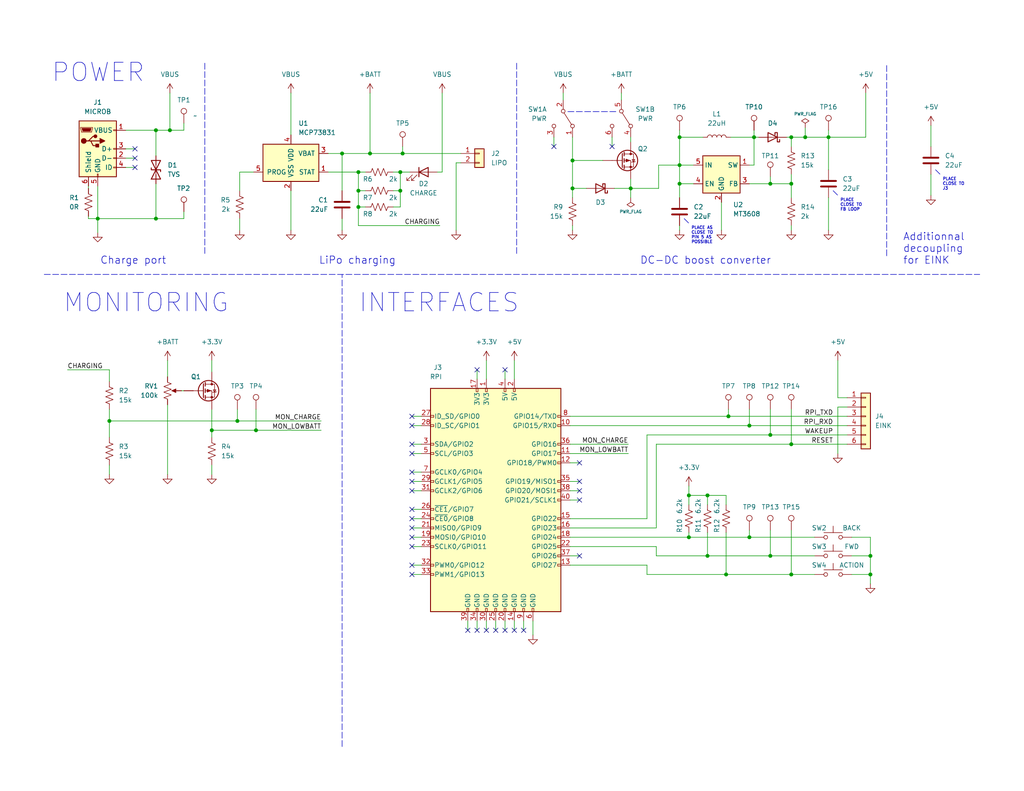
<source format=kicad_sch>
(kicad_sch (version 20211123) (generator eeschema)
  (paper "USLetter")
  (title_block (title "LISEUSE ENCRE ELECTRONIQUE") (comment 1 "DESIGN : ÉMILE DANEAULT (AUTOMNE 2023)"))
  (lib_symbols
    (symbol "Battery_Management:MCP73831-2-OT" (pin_names (offset 1.016))
      (property "Reference" "U" (at -7.62 6.35 0))
      (property "Value" "MCP73831-2-OT" (at 1.27 6.35 0))
      (symbol "MCP73831-2-OT_1_1"
        (pin output line (at 10.16 -2.54 180) (length 2.54) (name "STAT") (number "1"))
        (pin power_in line (at 0 -7.62 90) (length 2.54) (name "VSS") (number "2"))
        (pin power_out line (at 10.16 2.54 180) (length 2.54) (name "VBAT") (number "3"))
        (pin power_in line (at 0 7.62 270) (length 2.54) (name "VDD") (number "4"))
        (pin input line (at -10.16 -2.54 0) (length 2.54) (name "PROG") (number "5"))
      )
    )
    (symbol "Connector:TestPoint" (pin_numbers hide) (pin_names (offset 0.762) hide)
      (property "Reference" "TP" (at 0 6.858 0))
      (property "Value" "TestPoint" (at 0 5.08 0))
      (symbol "TestPoint_1_1"
        (pin passive line (at 0 0 90) (length 2.54) (name "1") (number "1"))
      )
    )
    (symbol "Connector:USB_B_Micro" (pin_names (offset 1.016))
      (property "Reference" "J" (at -5.08 11.43 0))
      (property "Value" "USB_B_Micro" (at -5.08 8.89 0))
      (symbol "USB_B_Micro_1_1"
        (pin power_out line (at 7.62 5.08 180) (length 2.54) (name "VBUS") (number "1"))
        (pin bidirectional line (at 7.62 -2.54 180) (length 2.54) (name "D-") (number "2"))
        (pin bidirectional line (at 7.62 0 180) (length 2.54) (name "D+") (number "3"))
        (pin passive line (at 7.62 -5.08 180) (length 2.54) (name "ID") (number "4"))
        (pin power_out line (at 0 -10.16 90) (length 2.54) (name "GND") (number "5"))
        (pin passive line (at -2.54 -10.16 90) (length 2.54) (name "Shield") (number "6"))
      )
    )
    (symbol "Connector_Generic:Conn_01x02" (pin_names (offset 1.016) hide)
      (property "Reference" "J" (at 0 2.54 0))
      (property "Value" "Conn_01x02" (at 0 -5.08 0))
      (symbol "Conn_01x02_1_1"
        (pin passive line (at -5.08 0 0) (length 3.81) (name "Pin_1") (number "1"))
        (pin passive line (at -5.08 -2.54 0) (length 3.81) (name "Pin_2") (number "2"))
      )
    )
    (symbol "Connector_Generic:Conn_01x06" (pin_names (offset 1.016) hide)
      (property "Reference" "J" (at 0 7.62 0))
      (property "Value" "Conn_01x06" (at 0 -10.16 0))
      (symbol "Conn_01x06_1_1"
        (pin passive line (at -5.08 5.08 0) (length 3.81) (name "Pin_1") (number "1"))
        (pin passive line (at -5.08 2.54 0) (length 3.81) (name "Pin_2") (number "2"))
        (pin passive line (at -5.08 0 0) (length 3.81) (name "Pin_3") (number "3"))
        (pin passive line (at -5.08 -2.54 0) (length 3.81) (name "Pin_4") (number "4"))
        (pin passive line (at -5.08 -5.08 0) (length 3.81) (name "Pin_5") (number "5"))
        (pin passive line (at -5.08 -7.62 0) (length 3.81) (name "Pin_6") (number "6"))
      )
    )
    (symbol "Device:C" (pin_numbers hide) (pin_names (offset 0.254))
      (property "Reference" "C" (at 0.635 2.54 0))
      (property "Value" "C" (at 0.635 -2.54 0))
      (symbol "C_1_1"
        (pin passive line (at 0 3.81 270) (length 2.794) (name "~") (number "1"))
        (pin passive line (at 0 -3.81 90) (length 2.794) (name "~") (number "2"))
      )
    )
    (symbol "Device:D_Schottky" (pin_numbers hide) (pin_names (offset 1.016) hide)
      (property "Reference" "D" (at 0 2.54 0))
      (property "Value" "D_Schottky" (at 0 -2.54 0))
      (symbol "D_Schottky_1_1"
        (pin passive line (at -3.81 0 0) (length 2.54) (name "K") (number "1"))
        (pin passive line (at 3.81 0 180) (length 2.54) (name "A") (number "2"))
      )
    )
    (symbol "Device:D_TVS" (pin_numbers hide) (pin_names (offset 1.016) hide)
      (property "Reference" "D" (at 0 2.54 0))
      (property "Value" "D_TVS" (at 0 -2.54 0))
      (symbol "D_TVS_1_1"
        (pin passive line (at -3.81 0 0) (length 2.54) (name "A1") (number "1"))
        (pin passive line (at 3.81 0 180) (length 2.54) (name "A2") (number "2"))
      )
    )
    (symbol "Device:L" (pin_numbers hide) (pin_names (offset 1.016) hide)
      (property "Reference" "L" (at -1.27 0 90))
      (property "Value" "L" (at 1.905 0 90))
      (symbol "L_1_1"
        (pin passive line (at 0 3.81 270) (length 1.27) (name "1") (number "1"))
        (pin passive line (at 0 -3.81 90) (length 1.27) (name "2") (number "2"))
      )
    )
    (symbol "Device:LED" (pin_numbers hide) (pin_names (offset 1.016) hide)
      (property "Reference" "D" (at 0 2.54 0))
      (property "Value" "LED" (at 0 -2.54 0))
      (symbol "LED_1_1"
        (pin passive line (at -3.81 0 0) (length 2.54) (name "K") (number "1"))
        (pin passive line (at 3.81 0 180) (length 2.54) (name "A") (number "2"))
      )
    )
    (symbol "Device:Q_PMOS_DGS" (pin_numbers hide) (pin_names (offset 0) hide)
      (property "Reference" "Q" (at 5.08 1.27 0))
      (property "Value" "Q_PMOS_DGS" (at 5.08 -1.27 0))
      (symbol "Q_PMOS_DGS_1_1"
        (pin passive line (at 2.54 5.08 270) (length 2.54) (name "D") (number "1"))
        (pin input line (at -5.08 0 0) (length 2.54) (name "G") (number "2"))
        (pin passive line (at 2.54 -5.08 90) (length 2.54) (name "S") (number "3"))
      )
    )
    (symbol "Device:R_Potentiometer_US" (pin_numbers hide) (pin_names (offset 1.016) hide)
      (property "Reference" "RV" (at -4.445 0 90))
      (property "Value" "R_Potentiometer_US" (at -2.54 0 90))
      (symbol "R_Potentiometer_US_1_1"
        (pin passive line (at 0 3.81 270) (length 1.27) (name "1") (number "1"))
        (pin passive line (at 3.81 0 180) (length 1.27) (name "2") (number "2"))
        (pin passive line (at 0 -3.81 90) (length 1.27) (name "3") (number "3"))
      )
    )
    (symbol "Device:R_US" (pin_numbers hide) (pin_names (offset 0))
      (property "Reference" "R" (at 2.54 0 90))
      (property "Value" "R_US" (at -2.54 0 90))
      (symbol "R_US_1_1"
        (pin passive line (at 0 3.81 270) (length 1.27) (name "~") (number "1"))
        (pin passive line (at 0 -3.81 90) (length 1.27) (name "~") (number "2"))
      )
    )
    (symbol "Eink-Lib:Raspberry_Pi_Zero_Conn" (pin_names (offset 1.016))
      (property "Reference" "J3" (at -14.605 36.195 0))
      (property "Value" "Raspberry_Pi_Zero_Conn" (at -14.605 33.655 0))
      (symbol "Raspberry_Pi_Zero_Conn_1_1"
        (pin power_out line (at 2.54 33.02 270) (length 2.54) (name "3V3") (number "1"))
        (pin bidirectional line (at -20.32 20.32 0) (length 2.54) (name "GPIO15/RXD") (number "10"))
        (pin bidirectional line (at -20.32 12.7 0) (length 2.54) (name "GPIO17") (number "11"))
        (pin bidirectional line (at -20.32 10.16 0) (length 2.54) (name "GPIO18/PWM0") (number "12"))
        (pin bidirectional line (at -20.32 -17.78 0) (length 2.54) (name "GPIO27") (number "13"))
        (pin power_in line (at -5.08 -33.02 90) (length 2.54) (name "GND") (number "14"))
        (pin bidirectional line (at -20.32 -5.08 0) (length 2.54) (name "GPIO22") (number "15"))
        (pin bidirectional line (at -20.32 -7.62 0) (length 2.54) (name "GPIO23") (number "16"))
        (pin power_out line (at 5.08 33.02 270) (length 2.54) (name "3V3") (number "17"))
        (pin bidirectional line (at -20.32 -10.16 0) (length 2.54) (name "GPIO24") (number "18"))
        (pin bidirectional line (at 20.32 -10.16 180) (length 2.54) (name "MOSI0/GPIO10") (number "19"))
        (pin power_in line (at -5.08 33.02 270) (length 2.54) (name "5V") (number "2"))
        (pin power_in line (at -2.54 -33.02 90) (length 2.54) (name "GND") (number "20"))
        (pin bidirectional line (at 20.32 -7.62 180) (length 2.54) (name "MISO0/GPIO9") (number "21"))
        (pin bidirectional line (at -20.32 -12.7 0) (length 2.54) (name "GPIO25") (number "22"))
        (pin bidirectional line (at 20.32 -12.7 180) (length 2.54) (name "SCLK0/GPIO11") (number "23"))
        (pin bidirectional line (at 20.32 -5.08 180) (length 2.54) (name "~{CE0}/GPIO8") (number "24"))
        (pin power_in line (at 0 -33.02 90) (length 2.54) (name "GND") (number "25"))
        (pin bidirectional line (at 20.32 -2.54 180) (length 2.54) (name "~{CE1}/GPIO7") (number "26"))
        (pin bidirectional line (at 20.32 22.86 180) (length 2.54) (name "ID_SD/GPIO0") (number "27"))
        (pin bidirectional line (at 20.32 20.32 180) (length 2.54) (name "ID_SC/GPIO1") (number "28"))
        (pin bidirectional line (at 20.32 5.08 180) (length 2.54) (name "GCLK1/GPIO5") (number "29"))
        (pin bidirectional line (at 20.32 15.24 180) (length 2.54) (name "SDA/GPIO2") (number "3"))
        (pin power_in line (at 2.54 -33.02 90) (length 2.54) (name "GND") (number "30"))
        (pin bidirectional line (at 20.32 2.54 180) (length 2.54) (name "GCLK2/GPIO6") (number "31"))
        (pin bidirectional line (at 20.32 -17.78 180) (length 2.54) (name "PWM0/GPIO12") (number "32"))
        (pin bidirectional line (at 20.32 -20.32 180) (length 2.54) (name "PWM1/GPIO13") (number "33"))
        (pin power_in line (at 5.08 -33.02 90) (length 2.54) (name "GND") (number "34"))
        (pin bidirectional line (at -20.32 5.08 0) (length 2.54) (name "GPIO19/MISO1") (number "35"))
        (pin bidirectional line (at -20.32 15.24 0) (length 2.54) (name "GPIO16") (number "36"))
        (pin bidirectional line (at -20.32 -15.24 0) (length 2.54) (name "GPIO26") (number "37"))
        (pin bidirectional line (at -20.32 2.54 0) (length 2.54) (name "GPIO20/MOSI1") (number "38"))
        (pin power_in line (at 7.62 -33.02 90) (length 2.54) (name "GND") (number "39"))
        (pin power_in line (at -2.54 33.02 270) (length 2.54) (name "5V") (number "4"))
        (pin bidirectional line (at -20.32 0 0) (length 2.54) (name "GPIO21/SCLK1") (number "40"))
        (pin bidirectional line (at 20.32 12.7 180) (length 2.54) (name "SCL/GPIO3") (number "5"))
        (pin power_in line (at -10.16 -33.02 90) (length 2.54) (name "GND") (number "6"))
        (pin bidirectional line (at 20.32 7.62 180) (length 2.54) (name "GCLK0/GPIO4") (number "7"))
        (pin bidirectional line (at -20.32 22.86 0) (length 2.54) (name "GPIO14/TXD") (number "8"))
        (pin power_in line (at -7.62 -33.02 90) (length 2.54) (name "GND") (number "9"))
      )
    )
    (symbol "Regulator_Switching:MT3608"
      (property "Reference" "U" (at -2.54 8.89 0))
      (property "Value" "MT3608" (at -3.81 6.35 0))
      (symbol "MT3608_1_1"
        (pin passive line (at 7.62 2.54 180) (length 2.54) (name "SW") (number "1"))
        (pin power_in line (at 0 -7.62 90) (length 2.54) (name "GND") (number "2"))
        (pin input line (at 7.62 -2.54 180) (length 2.54) (name "FB") (number "3"))
        (pin input line (at -7.62 -2.54 0) (length 2.54) (name "EN") (number "4"))
        (pin power_in line (at -7.62 2.54 0) (length 2.54) (name "IN") (number "5"))
        (pin no_connect line (at 5.08 0 180) (length 2.54) hide (name "NC") (number "6"))
      )
    )
    (symbol "SW_DPDT_x2_1" (pin_names (offset 0) hide)
      (property "Reference" "SW" (at 0 4.318 0))
      (property "Value" "SW_DPDT_x2_1" (at 0 -5.08 0))
      (symbol "SW_DPDT_x2_1_1_1"
        (pin passive line (at 5.08 2.54 180) (length 2.54) (name "A") (number "1"))
        (pin passive line (at -5.08 0 0) (length 2.54) (name "B") (number "2"))
        (pin passive line (at 5.08 -2.54 180) (length 2.54) (name "C") (number "3"))
      )
      (symbol "SW_DPDT_x2_1_2_1"
        (pin passive line (at 5.08 2.54 180) (length 2.54) (name "A") (number "4"))
        (pin passive line (at -5.08 0 0) (length 2.54) (name "B") (number "5"))
        (pin passive line (at 5.08 -2.54 180) (length 2.54) (name "C") (number "6"))
      )
    )
    (symbol "Switch:SW_DPDT_x2" (pin_names (offset 0) hide)
      (property "Reference" "SW" (at 0 4.318 0))
      (property "Value" "SW_DPDT_x2" (at 0 -5.08 0))
      (symbol "SW_DPDT_x2_1_1"
        (pin passive line (at 5.08 2.54 180) (length 2.54) (name "A") (number "1"))
        (pin passive line (at -5.08 0 0) (length 2.54) (name "B") (number "2"))
        (pin passive line (at 5.08 -2.54 180) (length 2.54) (name "C") (number "3"))
      )
      (symbol "SW_DPDT_x2_2_1"
        (pin passive line (at 5.08 2.54 180) (length 2.54) (name "A") (number "4"))
        (pin passive line (at -5.08 0 0) (length 2.54) (name "B") (number "5"))
        (pin passive line (at 5.08 -2.54 180) (length 2.54) (name "C") (number "6"))
      )
    )
    (symbol "Switch:SW_Push" (pin_numbers hide) (pin_names (offset 1.016) hide)
      (property "Reference" "SW" (at 1.27 2.54 0))
      (property "Value" "SW_Push" (at 0 -1.524 0))
      (symbol "SW_Push_0_1"
        (pin passive line (at -5.08 0 0) (length 2.54) (name "1") (number "1"))
        (pin passive line (at 5.08 0 180) (length 2.54) (name "2") (number "2"))
      )
    )
    (symbol "power:+3.3V" (power) (pin_names (offset 0))
      (property "Value" "+3.3V" (at 0 3.556 0))
      (symbol "+3.3V_1_1"
        (pin power_in line (at 0 0 90) (length 0) hide (name "+3.3V") (number "1"))
      )
    )
    (symbol "power:+5V" (power) (pin_names (offset 0))
      (property "Value" "+5V" (at 0 3.556 0))
      (symbol "+5V_1_1"
        (pin power_in line (at 0 0 90) (length 0) hide (name "+5V") (number "1"))
      )
    )
    (symbol "power:+BATT" (power) (pin_names (offset 0))
      (property "Value" "+BATT" (at 0 3.556 0))
      (symbol "+BATT_1_1"
        (pin power_in line (at 0 0 90) (length 0) hide (name "+BATT") (number "1"))
      )
    )
    (symbol "power:GND" (power) (pin_names (offset 0))
      (property "Value" "GND" (at 0 -3.81 0))
      (symbol "GND_1_1"
        (pin power_in line (at 0 0 270) (length 0) hide (name "GND") (number "1"))
      )
    )
    (symbol "power:PWR_FLAG" (power) (pin_numbers hide) (pin_names (offset 0) hide)
      (property "Value" "PWR_FLAG" (at 0 3.81 0))
      (symbol "PWR_FLAG_0_0"
        (pin power_out line (at 0 0 90) (length 0) (name "pwr") (number "1"))
      )
    )
    (symbol "power:VBUS" (power) (pin_names (offset 0))
      (property "Value" "VBUS" (at 0 3.81 0))
      (symbol "VBUS_1_1"
        (pin power_in line (at 0 0 90) (length 0) hide (name "VBUS") (number "1"))
      )
    )
  )
  (junction (at 215.9 156.845))
  (junction (at 100.965 41.91))
  (junction (at 69.85 117.475))
  (junction (at 198.12 156.845))
  (junction (at 198.755 113.665))
  (junction (at 97.79 56.515))
  (junction (at 193.04 135.255))
  (junction (at 156.21 51.435))
  (junction (at 219.71 37.465))
  (junction (at 46.355 35.56))
  (junction (at 185.42 50.165))
  (junction (at 215.9 37.465))
  (junction (at 97.79 52.07))
  (junction (at 187.96 135.255))
  (junction (at 109.855 41.91))
  (junction (at 109.22 46.99))
  (junction (at 215.9 121.285))
  (junction (at 93.345 41.91))
  (junction (at 204.47 146.685))
  (junction (at 97.79 46.99))
  (junction (at 215.9 50.165))
  (junction (at 210.185 50.165))
  (junction (at 42.545 59.69))
  (junction (at 42.545 35.56))
  (junction (at 64.77 114.935))
  (junction (at 57.785 117.475))
  (junction (at 237.49 151.765))
  (junction (at 237.49 156.845))
  (junction (at 204.47 116.205))
  (junction (at 109.22 52.07))
  (junction (at 185.42 45.085))
  (junction (at 205.74 37.465))
  (junction (at 187.96 146.685))
  (junction (at 29.845 114.935))
  (junction (at 185.42 37.465))
  (junction (at 210.185 118.745))
  (junction (at 226.06 37.465))
  (junction (at 26.67 59.69))
  (junction (at 193.04 151.765))
  (junction (at 156.21 43.815))
  (junction (at 210.185 151.765))
  (junction (at 172.085 51.435))
  (no_connect (at 112.395 128.905))
  (no_connect (at 112.395 149.225))
  (no_connect (at 137.795 172.085))
  (no_connect (at 158.115 133.985))
  (no_connect (at 36.83 45.72))
  (no_connect (at 135.255 172.085))
  (no_connect (at 158.115 151.765))
  (no_connect (at 112.395 146.685))
  (no_connect (at 127.635 172.085))
  (no_connect (at 112.395 131.445))
  (no_connect (at 158.115 136.525))
  (no_connect (at 112.395 113.665))
  (no_connect (at 140.335 172.085))
  (no_connect (at 158.115 126.365))
  (no_connect (at 151.13 40.005))
  (no_connect (at 130.175 100.965))
  (no_connect (at 112.395 144.145))
  (no_connect (at 112.395 123.825))
  (no_connect (at 112.395 116.205))
  (no_connect (at 112.395 156.845))
  (no_connect (at 36.83 40.64))
  (no_connect (at 137.795 100.965))
  (no_connect (at 158.115 131.445))
  (no_connect (at 36.83 43.18))
  (no_connect (at 167.005 40.005))
  (no_connect (at 112.395 139.065))
  (no_connect (at 112.395 141.605))
  (no_connect (at 112.395 121.285))
  (no_connect (at 132.715 172.085))
  (no_connect (at 112.395 154.305))
  (no_connect (at 130.175 172.085))
  (no_connect (at 112.395 133.985))
  (no_connect (at 142.875 172.085))
  (wire (pts (xy 185.42 45.085) (xy 185.42 50.165)))
  (wire (pts (xy 89.535 41.91) (xy 93.345 41.91)))
  (wire (pts (xy 137.795 100.965) (xy 137.795 103.505)))
  (wire (pts (xy 137.795 172.085) (xy 137.795 169.545)))
  (wire (pts (xy 156.21 61.595) (xy 156.21 62.865)))
  (wire (pts (xy 187.96 145.415) (xy 187.96 146.685)))
  (wire (pts (xy 215.9 121.285) (xy 231.14 121.285)))
  (wire (pts (xy 185.42 50.165) (xy 185.42 53.975)))
  (polyline (pts (xy 55.88 69.215) (xy 55.88 17.145)))
  (polyline (pts (xy 154.94 30.48) (xy 168.275 30.48)))
  (wire (pts (xy 130.175 100.965) (xy 130.175 103.505)))
  (wire (pts (xy 124.46 44.45) (xy 125.73 44.45)))
  (polyline (pts (xy 140.97 69.215) (xy 140.97 17.145)))
  (wire (pts (xy 100.965 41.91) (xy 109.855 41.91)))
  (wire (pts (xy 172.085 51.435) (xy 179.705 51.435)))
  (wire (pts (xy 226.06 37.465) (xy 236.22 37.465)))
  (wire (pts (xy 210.185 111.76) (xy 210.185 118.745)))
  (wire (pts (xy 57.785 117.475) (xy 57.785 119.38)))
  (wire (pts (xy 112.395 144.145) (xy 114.935 144.145)))
  (wire (pts (xy 156.21 43.815) (xy 164.465 43.815)))
  (wire (pts (xy 69.85 111.76) (xy 69.85 117.475)))
  (wire (pts (xy 112.395 149.225) (xy 114.935 149.225)))
  (wire (pts (xy 79.375 52.07) (xy 79.375 62.865)))
  (wire (pts (xy 215.9 144.78) (xy 215.9 156.845)))
  (wire (pts (xy 179.705 45.085) (xy 185.42 45.085)))
  (wire (pts (xy 112.395 131.445) (xy 114.935 131.445)))
  (polyline (pts (xy 241.935 69.85) (xy 241.935 17.78)))
  (wire (pts (xy 93.345 52.07) (xy 93.345 41.91)))
  (wire (pts (xy 112.395 154.305) (xy 114.935 154.305)))
  (wire (pts (xy 226.06 37.465) (xy 226.06 46.355)))
  (wire (pts (xy 57.785 111.76) (xy 57.785 117.475)))
  (wire (pts (xy 97.79 52.07) (xy 99.695 52.07)))
  (wire (pts (xy 18.415 100.965) (xy 29.845 100.965)))
  (wire (pts (xy 155.575 123.825) (xy 171.45 123.825)))
  (wire (pts (xy 64.77 111.76) (xy 64.77 114.935)))
  (wire (pts (xy 112.395 116.205) (xy 114.935 116.205)))
  (wire (pts (xy 167.64 51.435) (xy 172.085 51.435)))
  (wire (pts (xy 127.635 172.085) (xy 127.635 169.545)))
  (wire (pts (xy 155.575 116.205) (xy 204.47 116.205)))
  (wire (pts (xy 65.405 46.99) (xy 69.215 46.99)))
  (wire (pts (xy 45.72 102.87) (xy 45.72 98.425)))
  (wire (pts (xy 100.965 41.91) (xy 100.965 25.4)))
  (wire (pts (xy 226.06 35.56) (xy 226.06 37.465)))
  (polyline (pts (xy 227.33 52.07) (xy 228.6 53.34)))
  (wire (pts (xy 185.42 37.465) (xy 185.42 45.085)))
  (wire (pts (xy 158.115 151.765) (xy 155.575 151.765)))
  (wire (pts (xy 176.53 118.745) (xy 210.185 118.745)))
  (wire (pts (xy 210.185 151.765) (xy 222.25 151.765)))
  (wire (pts (xy 107.315 52.07) (xy 109.22 52.07)))
  (wire (pts (xy 24.13 50.8) (xy 24.13 51.435)))
  (wire (pts (xy 179.705 51.435) (xy 179.705 45.085)))
  (wire (pts (xy 49.53 106.68) (xy 50.165 106.68)))
  (wire (pts (xy 151.13 40.005) (xy 151.13 37.465)))
  (wire (pts (xy 215.9 156.845) (xy 222.25 156.845)))
  (wire (pts (xy 198.755 111.76) (xy 198.755 113.665)))
  (wire (pts (xy 172.085 48.895) (xy 172.085 51.435)))
  (wire (pts (xy 193.04 151.765) (xy 210.185 151.765)))
  (wire (pts (xy 215.9 111.76) (xy 215.9 121.285)))
  (wire (pts (xy 232.41 156.845) (xy 237.49 156.845)))
  (wire (pts (xy 50.165 35.56) (xy 46.355 35.56)))
  (wire (pts (xy 155.575 113.665) (xy 198.755 113.665)))
  (wire (pts (xy 112.395 123.825) (xy 114.935 123.825)))
  (wire (pts (xy 140.335 98.425) (xy 140.335 103.505)))
  (wire (pts (xy 158.115 136.525) (xy 155.575 136.525)))
  (wire (pts (xy 45.72 110.49) (xy 45.72 129.54)))
  (wire (pts (xy 145.415 169.545) (xy 145.415 173.355)))
  (wire (pts (xy 204.47 45.085) (xy 205.74 45.085)))
  (wire (pts (xy 191.77 37.465) (xy 185.42 37.465)))
  (wire (pts (xy 29.845 127) (xy 29.845 129.54)))
  (wire (pts (xy 158.115 133.985) (xy 155.575 133.985)))
  (wire (pts (xy 179.07 144.145) (xy 179.07 121.285)))
  (polyline (pts (xy 255.27 46.355) (xy 256.54 47.625)))
  (wire (pts (xy 193.04 145.415) (xy 193.04 151.765)))
  (wire (pts (xy 205.74 37.465) (xy 205.74 45.085)))
  (wire (pts (xy 93.345 41.91) (xy 100.965 41.91)))
  (wire (pts (xy 228.6 98.425) (xy 228.6 108.585)))
  (wire (pts (xy 97.79 56.515) (xy 97.79 52.07)))
  (wire (pts (xy 215.9 40.005) (xy 215.9 37.465)))
  (wire (pts (xy 97.79 52.07) (xy 97.79 46.99)))
  (wire (pts (xy 97.79 46.99) (xy 99.695 46.99)))
  (wire (pts (xy 42.545 35.56) (xy 42.545 42.545)))
  (wire (pts (xy 57.785 127) (xy 57.785 129.54)))
  (wire (pts (xy 156.21 43.815) (xy 156.21 51.435)))
  (wire (pts (xy 142.875 172.085) (xy 142.875 169.545)))
  (wire (pts (xy 112.395 121.285) (xy 114.935 121.285)))
  (wire (pts (xy 156.21 53.975) (xy 156.21 51.435)))
  (wire (pts (xy 172.085 53.975) (xy 172.085 51.435)))
  (wire (pts (xy 97.79 61.595) (xy 120.015 61.595)))
  (wire (pts (xy 176.53 141.605) (xy 176.53 118.745)))
  (wire (pts (xy 29.845 111.76) (xy 29.845 114.935)))
  (wire (pts (xy 93.345 59.69) (xy 93.345 62.865)))
  (wire (pts (xy 185.42 61.595) (xy 185.42 62.865)))
  (wire (pts (xy 158.115 126.365) (xy 155.575 126.365)))
  (wire (pts (xy 64.77 114.935) (xy 87.63 114.935)))
  (wire (pts (xy 187.96 132.715) (xy 187.96 135.255)))
  (wire (pts (xy 228.6 111.125) (xy 231.14 111.125)))
  (wire (pts (xy 42.545 59.69) (xy 50.165 59.69)))
  (wire (pts (xy 132.715 172.085) (xy 132.715 169.545)))
  (wire (pts (xy 232.41 151.765) (xy 237.49 151.765)))
  (wire (pts (xy 46.355 35.56) (xy 46.355 25.4)))
  (wire (pts (xy 187.96 135.255) (xy 193.04 135.255)))
  (wire (pts (xy 120.65 46.99) (xy 120.65 25.4)))
  (wire (pts (xy 198.755 113.665) (xy 231.14 113.665)))
  (wire (pts (xy 112.395 146.685) (xy 114.935 146.685)))
  (wire (pts (xy 210.185 48.26) (xy 210.185 50.165)))
  (polyline (pts (xy 186.69 59.69) (xy 187.96 60.96)))
  (wire (pts (xy 204.47 111.76) (xy 204.47 116.205)))
  (wire (pts (xy 237.49 156.845) (xy 237.49 159.385)))
  (wire (pts (xy 89.535 46.99) (xy 97.79 46.99)))
  (wire (pts (xy 198.12 156.845) (xy 215.9 156.845)))
  (wire (pts (xy 155.575 146.685) (xy 187.96 146.685)))
  (wire (pts (xy 57.785 98.425) (xy 57.785 101.6)))
  (wire (pts (xy 42.545 50.165) (xy 42.545 59.69)))
  (wire (pts (xy 205.74 35.56) (xy 205.74 37.465)))
  (wire (pts (xy 254 47.625) (xy 254 53.34)))
  (wire (pts (xy 50.165 59.69) (xy 50.165 57.785)))
  (wire (pts (xy 219.71 34.925) (xy 219.71 37.465)))
  (wire (pts (xy 36.83 40.64) (xy 34.29 40.64)))
  (wire (pts (xy 24.13 59.69) (xy 26.67 59.69)))
  (wire (pts (xy 210.185 50.165) (xy 215.9 50.165)))
  (wire (pts (xy 26.67 59.69) (xy 26.67 63.5)))
  (wire (pts (xy 79.375 25.4) (xy 79.375 36.83)))
  (polyline (pts (xy 93.345 203.835) (xy 93.345 74.93)))
  (wire (pts (xy 228.6 123.825) (xy 228.6 111.125)))
  (wire (pts (xy 153.67 27.305) (xy 153.67 25.4)))
  (wire (pts (xy 36.83 45.72) (xy 34.29 45.72)))
  (wire (pts (xy 24.13 59.055) (xy 24.13 59.69)))
  (wire (pts (xy 156.21 51.435) (xy 160.02 51.435)))
  (wire (pts (xy 204.47 144.78) (xy 204.47 146.685)))
  (wire (pts (xy 193.04 137.795) (xy 193.04 135.255)))
  (wire (pts (xy 36.83 43.18) (xy 34.29 43.18)))
  (wire (pts (xy 158.115 131.445) (xy 155.575 131.445)))
  (wire (pts (xy 236.22 25.4) (xy 236.22 37.465)))
  (wire (pts (xy 155.575 121.285) (xy 171.45 121.285)))
  (wire (pts (xy 198.12 145.415) (xy 198.12 156.845)))
  (wire (pts (xy 204.47 146.685) (xy 222.25 146.685)))
  (wire (pts (xy 237.49 151.765) (xy 237.49 156.845)))
  (wire (pts (xy 112.395 141.605) (xy 114.935 141.605)))
  (wire (pts (xy 65.405 52.07) (xy 65.405 46.99)))
  (wire (pts (xy 109.22 56.515) (xy 109.22 52.07)))
  (wire (pts (xy 172.085 38.735) (xy 172.085 37.465)))
  (wire (pts (xy 65.405 59.69) (xy 65.405 62.865)))
  (wire (pts (xy 112.395 156.845) (xy 114.935 156.845)))
  (wire (pts (xy 112.395 113.665) (xy 114.935 113.665)))
  (wire (pts (xy 107.315 56.515) (xy 109.22 56.515)))
  (wire (pts (xy 237.49 146.685) (xy 237.49 151.765)))
  (wire (pts (xy 124.46 44.45) (xy 124.46 62.865)))
  (wire (pts (xy 169.545 27.305) (xy 169.545 25.4)))
  (wire (pts (xy 29.845 100.965) (xy 29.845 104.14)))
  (wire (pts (xy 215.9 61.595) (xy 215.9 62.865)))
  (wire (pts (xy 215.9 47.625) (xy 215.9 50.165)))
  (wire (pts (xy 130.175 172.085) (xy 130.175 169.545)))
  (wire (pts (xy 109.22 52.07) (xy 109.22 46.99)))
  (wire (pts (xy 187.96 146.685) (xy 204.47 146.685)))
  (wire (pts (xy 179.07 121.285) (xy 215.9 121.285)))
  (wire (pts (xy 112.395 139.065) (xy 114.935 139.065)))
  (wire (pts (xy 226.06 53.975) (xy 226.06 62.865)))
  (wire (pts (xy 189.23 45.085) (xy 185.42 45.085)))
  (wire (pts (xy 219.71 37.465) (xy 226.06 37.465)))
  (wire (pts (xy 155.575 154.305) (xy 176.53 154.305)))
  (wire (pts (xy 156.21 37.465) (xy 156.21 43.815)))
  (wire (pts (xy 204.47 116.205) (xy 231.14 116.205)))
  (wire (pts (xy 109.22 46.99) (xy 111.76 46.99)))
  (wire (pts (xy 57.785 117.475) (xy 69.85 117.475)))
  (wire (pts (xy 199.39 37.465) (xy 205.74 37.465)))
  (wire (pts (xy 176.53 154.305) (xy 176.53 156.845)))
  (wire (pts (xy 185.42 35.56) (xy 185.42 37.465)))
  (wire (pts (xy 155.575 149.225) (xy 179.07 149.225)))
  (wire (pts (xy 50.165 33.655) (xy 50.165 35.56)))
  (wire (pts (xy 26.67 59.69) (xy 42.545 59.69)))
  (wire (pts (xy 120.65 46.99) (xy 119.38 46.99)))
  (wire (pts (xy 26.67 50.8) (xy 26.67 59.69)))
  (wire (pts (xy 185.42 50.165) (xy 189.23 50.165)))
  (wire (pts (xy 29.845 114.935) (xy 29.845 119.38)))
  (wire (pts (xy 215.9 37.465) (xy 219.71 37.465)))
  (wire (pts (xy 198.12 137.795) (xy 198.12 135.255)))
  (wire (pts (xy 135.255 172.085) (xy 135.255 169.545)))
  (wire (pts (xy 42.545 35.56) (xy 46.355 35.56)))
  (wire (pts (xy 210.185 118.745) (xy 231.14 118.745)))
  (wire (pts (xy 187.96 135.255) (xy 187.96 137.795)))
  (wire (pts (xy 69.85 117.475) (xy 87.63 117.475)))
  (wire (pts (xy 155.575 144.145) (xy 179.07 144.145)))
  (wire (pts (xy 228.6 108.585) (xy 231.14 108.585)))
  (wire (pts (xy 97.79 56.515) (xy 99.695 56.515)))
  (wire (pts (xy 196.85 55.245) (xy 196.85 62.865)))
  (wire (pts (xy 155.575 141.605) (xy 176.53 141.605)))
  (wire (pts (xy 112.395 133.985) (xy 114.935 133.985)))
  (wire (pts (xy 167.005 40.005) (xy 167.005 37.465)))
  (wire (pts (xy 34.29 35.56) (xy 42.545 35.56)))
  (wire (pts (xy 97.79 61.595) (xy 97.79 56.515)))
  (wire (pts (xy 29.845 114.935) (xy 64.77 114.935)))
  (wire (pts (xy 107.315 46.99) (xy 109.22 46.99)))
  (wire (pts (xy 214.63 37.465) (xy 215.9 37.465)))
  (wire (pts (xy 109.855 40.005) (xy 109.855 41.91)))
  (wire (pts (xy 179.07 149.225) (xy 179.07 151.765)))
  (wire (pts (xy 215.9 50.165) (xy 215.9 53.975)))
  (wire (pts (xy 176.53 156.845) (xy 198.12 156.845)))
  (wire (pts (xy 179.07 151.765) (xy 193.04 151.765)))
  (wire (pts (xy 112.395 128.905) (xy 114.935 128.905)))
  (wire (pts (xy 140.335 172.085) (xy 140.335 169.545)))
  (wire (pts (xy 232.41 146.685) (xy 237.49 146.685)))
  (wire (pts (xy 210.185 144.78) (xy 210.185 151.765)))
  (wire (pts (xy 204.47 50.165) (xy 210.185 50.165)))
  (wire (pts (xy 109.855 41.91) (xy 125.73 41.91)))
  (polyline (pts (xy 12.065 74.93) (xy 267.335 74.93)))
  (wire (pts (xy 205.74 37.465) (xy 207.01 37.465)))
  (wire (pts (xy 193.04 135.255) (xy 198.12 135.255)))
  (wire (pts (xy 132.715 98.425) (xy 132.715 103.505)))
  (wire (pts (xy 254 34.29) (xy 254 40.005)))
  (text "PLACE AS\nCLOSE TO\nPIN 5 AS\nPOSSIBLE" (at 188.595 66.675 0) (effects (font (size 0.8 0.8)) (justify left bottom)))
  (text "INTERFACES" (at 97.79 85.725 0) (effects (font (size 5 5)) (justify left bottom)))
  (text "DC-DC boost converter" (at 174.625 72.39 0) (effects (font (size 2 2)) (justify left bottom)))
  (text "MONITORING" (at 17.145 85.725 0) (effects (font (size 5 5)) (justify left bottom)))
  (text "POWER" (at 13.97 22.86 0) (effects (font (size 5 5)) (justify left bottom)))
  (text "LiPo charging" (at 86.995 72.39 0) (effects (font (size 2 2)) (justify left bottom)))
  (text "PLACE\nCLOSE TO\nJ3" (at 257.175 52.07 0) (effects (font (size 0.8 0.8)) (justify left bottom)))
  (text "Additionnal\ndecoupling\nfor EINK" (at 246.38 72.39 0) (effects (font (size 2 2)) (justify left bottom)))
  (text "Charge port" (at 27.305 72.39 0) (effects (font (size 2 2)) (justify left bottom)))
  (text "PLACE\nCLOSE TO\nFB LOOP" (at 229.235 57.785 0) (effects (font (size 0.8 0.8)) (justify left bottom)))
  (label "CHARGING" (at 18.415 100.965 0))
  (label "MON_CHARGE" (at 87.63 114.935 180))
  (label "RPI_TXD" (at 227.33 113.665 180))
  (label "CHARGING" (at 120.015 61.595 180))
  (label "RPI_RXD" (at 227.33 116.205 180))
  (label "MON_LOWBATT" (at 171.45 123.825 180))
  (label "MON_LOWBATT" (at 87.63 117.475 180))
  (label "MON_CHARGE" (at 171.45 121.285 180))
  (label "WAKEUP" (at 227.33 118.745 180))
  (label "RESET" (at 227.33 121.285 180))
  (symbol (lib_id "power:GND") (at 29.845 129.54 0) (unit 1)
    (property "Reference" "#PWR02" (effects hide))
    (property "Value" "GND" (effects hide))
  )
  (symbol (lib_id "power:GND") (at 26.67 63.5 0) (unit 1)
    (property "Reference" "#PWR01" (effects hide))
    (property "Value" "GND" (effects hide))
  )
  (symbol (lib_id "Connector:TestPoint") (at 215.9 144.78 0) (unit 1)
    (property "Reference" "TP15" (at 215.9 138.43 0))
    (property "Footprint" "TestPoint:TestPoint_Pad_D1.5mm" (effects hide))
    (property "Specifications" "Simple SMD pad test point" (effects hide))
    (property "MfgPartNo" "NONE" (effects hide))
  )
  (symbol (lib_id "power:VBUS") (at 46.355 25.4 0) (unit 1)
    (property "Reference" "#PWR05" (effects hide))
    (property "Value" "VBUS" (at 46.355 20.32 0))
  )
  (symbol (lib_id "power:GND") (at 237.49 159.385 0) (unit 1)
    (property "Reference" "#PWR029" (effects hide))
    (property "Value" "GND" (effects hide))
  )
  (symbol (lib_id "Connector:TestPoint") (at 50.165 33.655 0) (unit 1)
    (property "Reference" "TP1" (at 50.165 27.305 0))
    (property "Value" "~" (at 52.705 31.6229 0) (effects (justify left)))
    (property "Footprint" "TestPoint:TestPoint_Pad_D2.5mm" (effects hide))
    (property "Specifications" "Simple SMD pad test point" (effects hide))
    (property "MfgPartNo" "NONE" (effects hide))
  )
  (symbol (lib_id "Device:R_US") (at 29.845 123.19 0) (unit 1)
    (property "Reference" "R3" (at 32.385 121.9199 0) (effects (justify left)))
    (property "Value" "15k" (at 32.385 124.4599 0) (effects (justify left)))
    (property "Footprint" "Resistor_SMD:R_1206_3216Metric_Pad1.30x1.75mm_HandSolder" (effects hide))
    (property "Datasheet" "./datasheets/sei-rmcf_rmcp.pdf" (effects hide))
    (property "MfgPartNo" "RMCF1206FT15K0" (effects hide))
  )
  (symbol (lib_id "power:GND") (at 79.375 62.865 0) (unit 1)
    (property "Reference" "#PWR010" (effects hide))
    (property "Value" "GND" (effects hide))
  )
  (symbol (lib_id "Connector:TestPoint") (at 204.47 144.78 0) (unit 1)
    (property "Reference" "TP9" (at 204.47 138.43 0))
    (property "Footprint" "TestPoint:TestPoint_Pad_D1.5mm" (effects hide))
    (property "Specifications" "Simple SMD pad test point" (effects hide))
    (property "MfgPartNo" "NONE" (effects hide))
  )
  (symbol (lib_id "Device:R_US") (at 215.9 43.815 0) (unit 1)
    (property "Reference" "R13" (at 218.44 42.5449 0) (effects (justify left)))
    (property "Value" "15k" (at 218.44 45.0849 0) (effects (justify left)))
    (property "Footprint" "Resistor_SMD:R_1206_3216Metric_Pad1.30x1.75mm_HandSolder" (effects hide))
    (property "Datasheet" "./datasheets/sei-rmcf_rmcp.pdf" (effects hide))
    (property "MfgPartNo" "RMCF1206FT15K0" (effects hide))
  )
  (symbol (lib_id "Device:R_US") (at 156.21 57.785 0) (unit 1)
    (property "Reference" "R9" (at 153.67 56.5149 0) (effects (justify right)))
    (property "Value" "15k" (at 153.67 59.0549 0) (effects (justify right)))
    (property "Footprint" "Resistor_SMD:R_1206_3216Metric_Pad1.30x1.75mm_HandSolder" (effects hide))
    (property "Datasheet" "./datasheets/sei-rmcf_rmcp.pdf" (effects hide))
    (property "MfgPartNo" "RMCF1206FT15K0" (effects hide))
  )
  (symbol (lib_id "Device:D_Schottky") (at 210.82 37.465 180) (unit 1)
    (property "Reference" "D4" (at 210.82 33.655 0))
    (property "Footprint" "eink-footprints:D_SMC_FAIRCHILD" (effects hide))
    (property "Datasheet" "./datasheets/SS34.PDF" (effects hide))
    (property "MfgPartNo" "SS34" (effects hide))
  )
  (symbol (lib_id "Connector:TestPoint") (at 210.185 111.76 0) (unit 1)
    (property "Reference" "TP12" (at 210.185 105.41 0))
    (property "Footprint" "TestPoint:TestPoint_Pad_D1.5mm" (effects hide))
    (property "Specifications" "Simple SMD pad test point" (effects hide))
    (property "MfgPartNo" "NONE" (effects hide))
  )
  (symbol (lib_id "power:GND") (at 228.6 123.825 0) (unit 1)
    (property "Reference" "#PWR027" (effects hide))
    (property "Value" "GND" (effects hide))
  )
  (symbol (lib_id "Switch:SW_Push") (at 227.33 146.685 0) (unit 1)
    (property "Reference" "SW2" (at 223.52 144.145 0))
    (property "Value" "BACK" (at 232.41 144.145 0))
    (property "Footprint" "eink-footprints:SW_SPST_PTS815" (effects hide))
    (property "Datasheet" "./datasheets/pts815.pdf" (effects hide))
    (property "Specifications" "Button" (effects hide))
    (property "MfgPartNo" "PTS815 SJM 250 SMTR LFS" (effects hide))
  )
  (symbol (lib_id "Device:R_Potentiometer_US") (at 45.72 106.68 0) (unit 1)
    (property "Reference" "RV1" (at 43.18 105.4099 0) (effects (justify right)))
    (property "Value" "100k" (at 43.18 107.9499 0) (effects (justify right)))
    (property "Footprint" "Potentiometer_SMD:Potentiometer_Bourns_TC33X_Vertical" (effects hide))
    (property "Datasheet" "./datasheets/tc33.pdf" (effects hide))
    (property "MfgPartNo" "TC33X-2-104E" (effects hide))
    (property "Specifications" "100k" (effects hide))
  )
  (symbol (lib_id "power:GND") (at 93.345 62.865 0) (unit 1)
    (property "Reference" "#PWR011" (effects hide))
    (property "Value" "GND" (effects hide))
  )
  (symbol (lib_id "power:VBUS") (at 79.375 25.4 0) (unit 1)
    (property "Reference" "#PWR09" (effects hide))
    (property "Value" "VBUS" (at 79.375 20.32 0))
  )
  (symbol (lib_id "power:VBUS") (at 153.67 25.4 0) (unit 1)
    (property "Reference" "#PWR018" (effects hide))
    (property "Value" "VBUS" (at 153.67 20.32 0))
  )
  (symbol (lib_id "power:+BATT") (at 100.965 25.4 0) (unit 1)
    (property "Reference" "#PWR012" (effects hide))
    (property "Value" "+BATT" (at 100.965 20.32 0))
  )
  (symbol (lib_id "power:+3.3V") (at 57.785 98.425 0) (unit 1)
    (property "Reference" "#PWR06" (effects hide))
    (property "Value" "+3.3V" (at 57.785 93.345 0))
  )
  (symbol (lib_id "Connector:TestPoint") (at 226.06 35.56 0) (unit 1)
    (property "Reference" "TP16" (at 226.06 29.21 0))
    (property "Footprint" "TestPoint:TestPoint_Pad_D2.5mm" (effects hide))
    (property "Specifications" "Simple SMD pad test point" (effects hide))
    (property "MfgPartNo" "NONE" (effects hide))
  )
  (symbol (lib_id "Connector:TestPoint") (at 185.42 35.56 0) (unit 1)
    (property "Reference" "TP6" (at 185.42 29.21 0))
    (property "Footprint" "TestPoint:TestPoint_Pad_D1.5mm" (effects hide))
    (property "Specifications" "Simple SMD pad test point" (effects hide))
    (property "MfgPartNo" "NONE" (effects hide))
  )
  (symbol (lib_id "power:GND") (at 196.85 62.865 0) (unit 1)
    (property "Reference" "#PWR023" (effects hide))
    (property "Value" "GND" (effects hide))
  )
  (symbol (lib_id "power:GND") (at 254 53.34 0) (unit 1)
    (property "Reference" "#PWR031" (effects hide))
    (property "Value" "GND" (effects hide))
  )
  (symbol (lib_id "Device:C") (at 226.06 50.165 0) (unit 1)
    (property "Reference" "C3" (at 229.87 48.8949 0) (effects (justify left)))
    (property "Value" "22uF" (at 229.87 51.4349 0) (effects (justify left)))
    (property "Footprint" "Capacitor_Tantalum_SMD:CP_EIA-3528-21_Kemet-B_Pad1.50x2.35mm_HandSolder" (effects hide))
    (property "Datasheet" "./datasheets/TAJ.pdf" (effects hide))
    (property "MfgPartNo" "TAJB226K020RNJ" (effects hide))
  )
  (symbol (lib_id "Connector:TestPoint") (at 215.9 111.76 0) (unit 1)
    (property "Reference" "TP14" (at 215.9 105.41 0))
    (property "Footprint" "TestPoint:TestPoint_Pad_D1.5mm" (effects hide))
    (property "Specifications" "Simple SMD pad test point" (effects hide))
    (property "MfgPartNo" "NONE" (effects hide))
  )
  (symbol (lib_id "Battery_Management:MCP73831-2-OT") (at 79.375 44.45 0) (unit 1)
    (property "Reference" "U1" (at 81.3944 33.655 0) (effects (justify left)))
    (property "Value" "MCP73831" (at 81.3944 36.195 0) (effects (justify left)))
    (property "Footprint" "Package_TO_SOT_SMD:SOT-23-5" (effects hide))
    (property "Datasheet" "./datasheets/MCP73831-Family-Data-Sheet-DS20001984H.pdf" (effects hide))
    (property "MfgPartNo" "MCP73831T-2ACI/OT" (effects hide))
  )
  (symbol (lib_id "Connector:TestPoint") (at 109.855 40.005 0) (unit 1)
    (property "Reference" "TP5" (at 109.855 33.655 0))
    (property "Footprint" "TestPoint:TestPoint_Pad_D2.5mm" (effects hide))
    (property "Specifications" "Simple SMD pad test point" (effects hide))
    (property "MfgPartNo" "NONE" (effects hide))
  )
  (symbol (lib_id "power:GND") (at 185.42 62.865 0) (unit 1)
    (property "Reference" "#PWR021" (effects hide))
    (property "Value" "GND" (effects hide))
  )
  (symbol (lib_id "power:+3.3V") (at 187.96 132.715 0) (unit 1)
    (property "Reference" "#PWR022" (effects hide))
    (property "Value" "+3.3V" (at 187.96 127.635 0))
  )
  (symbol (lib_id "Switch:SW_Push") (at 227.33 151.765 0) (unit 1)
    (property "Reference" "SW3" (at 223.52 149.225 0))
    (property "Value" "FWD" (at 232.41 149.225 0))
    (property "Footprint" "eink-footprints:SW_SPST_PTS815" (effects hide))
    (property "Datasheet" "./datasheets/pts815.pdf" (effects hide))
    (property "Specifications" "Button" (effects hide))
    (property "MfgPartNo" "PTS815 SJM 250 SMTR LFS" (effects hide))
  )
  (symbol (lib_id "Eink-Lib:Raspberry_Pi_Zero_Conn") (at 135.255 136.525 0) (mirror y) (unit 1)
    (property "Reference" "J3" (at 120.65 100.33 0) (effects (justify left)))
    (property "Value" "RPI" (at 120.65 102.87 0) (effects (justify left)))
    (property "Footprint" "Connector_PinHeader_2.54mm:PinHeader_2x20_P2.54mm_Vertical" (effects hide))
    (property "Datasheet" "./datasheets/Female_Headers.100_DS.pdf" (effects hide))
    (property "Specifications" "2x20_0.1pitch_header_female" (effects hide))
    (property "MfgPartNo" "PPTC202LFBN-RC" (effects hide))
  )
  (symbol (lib_id "Device:R_US") (at 198.12 141.605 0) (unit 1)
    (property "Reference" "R12" (at 195.58 141.605 90) (effects (justify right)))
    (property "Value" "6.2k" (at 195.58 140.335 90) (effects (justify left)))
    (property "Footprint" "Resistor_SMD:R_1206_3216Metric_Pad1.30x1.75mm_HandSolder" (effects hide))
    (property "Datasheet" "./datasheets/sei-rmcf_rmcp.pdf" (effects hide))
    (property "MfgPartNo" "RMCF1206JT6K20" (effects hide))
  )
  (symbol (lib_id "Device:R_US") (at 57.785 123.19 0) (unit 1)
    (property "Reference" "R4" (at 60.325 121.9199 0) (effects (justify left)))
    (property "Value" "15k" (at 60.325 124.4599 0) (effects (justify left)))
    (property "Footprint" "Resistor_SMD:R_1206_3216Metric_Pad1.30x1.75mm_HandSolder" (effects hide))
    (property "Datasheet" "./datasheets/sei-rmcf_rmcp.pdf" (effects hide))
    (property "MfgPartNo" "RMCF1206FT15K0" (effects hide))
  )
  (symbol (lib_id "Connector:TestPoint") (at 210.185 48.26 0) (unit 1)
    (property "Reference" "TP11" (at 210.185 42.545 0))
    (property "Footprint" "TestPoint:TestPoint_Pad_D1.5mm" (effects hide))
    (property "Specifications" "Simple SMD pad test point" (effects hide))
    (property "MfgPartNo" "NONE" (effects hide))
  )
  (symbol (lib_id "power:GND") (at 57.785 129.54 0) (unit 1)
    (property "Reference" "#PWR07" (effects hide))
    (property "Value" "GND" (effects hide))
  )
  (symbol (lib_id "Connector:TestPoint") (at 69.85 111.76 0) (unit 1)
    (property "Reference" "TP4" (at 69.85 105.41 0))
    (property "Footprint" "TestPoint:TestPoint_Pad_D1.5mm" (effects hide))
    (property "Specifications" "Simple SMD pad test point" (effects hide))
    (property "MfgPartNo" "NONE" (effects hide))
  )
  (symbol (lib_id "Device:R_US") (at 29.845 107.95 0) (unit 1)
    (property "Reference" "R2" (at 32.385 106.6799 0) (effects (justify left)))
    (property "Value" "15k" (at 32.385 109.2199 0) (effects (justify left)))
    (property "Footprint" "Resistor_SMD:R_1206_3216Metric_Pad1.30x1.75mm_HandSolder" (effects hide))
    (property "Datasheet" "./datasheets/sei-rmcf_rmcp.pdf" (effects hide))
    (property "MfgPartNo" "RMCF1206FT15K0" (effects hide))
  )
  (symbol (lib_id "Device:R_US") (at 24.13 55.245 0) (unit 1)
    (property "Reference" "R1" (at 21.59 53.9749 0) (effects (justify right)))
    (property "Value" "0R" (at 21.59 56.5149 0) (effects (justify right)))
    (property "Footprint" "Resistor_SMD:R_1206_3216Metric_Pad1.30x1.75mm_HandSolder" (effects hide))
    (property "MfgPartNo" "NONE" (effects hide))
  )
  (symbol (lib_id "Switch:SW_Push") (at 227.33 156.845 0) (unit 1)
    (property "Reference" "SW4" (at 223.52 154.305 0))
    (property "Value" "ACTION" (at 232.41 154.305 0))
    (property "Footprint" "eink-footprints:SW_SPST_PTS815" (effects hide))
    (property "Datasheet" "./datasheets/pts815.pdf" (effects hide))
    (property "Specifications" "Button" (effects hide))
    (property "MfgPartNo" "PTS815 SJM 250 SMTR LFS" (effects hide))
  )
  (symbol (lib_id "Connector:TestPoint") (at 64.77 111.76 0) (unit 1)
    (property "Reference" "TP3" (at 64.77 105.41 0))
    (property "Footprint" "TestPoint:TestPoint_Pad_D1.5mm" (effects hide))
    (property "Specifications" "Simple SMD pad test point" (effects hide))
    (property "MfgPartNo" "NONE" (effects hide))
  )
  (symbol (lib_id "Connector_Generic:Conn_01x06") (at 236.22 113.665 0) (unit 1)
    (property "Reference" "J4" (at 238.76 113.6649 0) (effects (justify left)))
    (property "Value" "EINK" (at 238.76 116.2049 0) (effects (justify left)))
    (property "Footprint" "eink-footprints:JST_XH_S6B-XH-SM4-TB" (effects hide))
    (property "Datasheet" "./datasheets/eXH.pdf" (effects hide))
    (property "MfgPartNo" "S6B-XH-SM4-TB" (effects hide))
  )
  (symbol (lib_id "power:+5V") (at 254 34.29 0) (unit 1)
    (property "Reference" "#PWR030" (effects hide))
    (property "Value" "+5V" (at 254 29.21 0))
  )
  (symbol (lib_id "Device:R_US") (at 193.04 141.605 0) (unit 1)
    (property "Reference" "R11" (at 190.5 141.605 90) (effects (justify right)))
    (property "Value" "6.2k" (at 190.5 140.335 90) (effects (justify left)))
    (property "Footprint" "Resistor_SMD:R_1206_3216Metric_Pad1.30x1.75mm_HandSolder" (effects hide))
    (property "Datasheet" "./datasheets/sei-rmcf_rmcp.pdf" (effects hide))
    (property "MfgPartNo" "RMCF1206JT6K20" (effects hide))
  )
  (symbol (lib_id "power:+5V") (at 236.22 25.4 0) (unit 1)
    (property "Reference" "#PWR028" (effects hide))
    (property "Value" "+5V" (at 236.22 20.32 0))
  )
  (symbol (lib_id "Device:LED") (at 115.57 46.99 0) (unit 1)
    (property "Reference" "D2" (at 115.57 50.165 0))
    (property "Value" "CHARGE" (at 115.57 52.705 0))
    (property "Footprint" "eink-footprints:D_WURTH_3538" (effects hide))
    (property "Datasheet" "./datasheets/150141GS73100.pdf" (effects hide))
    (property "Specifications" "Simple, indication, 5V tolerant." (effects hide))
    (property "MfgPartNo" "150141GS73100" (effects hide))
  )
  (symbol (lib_id "Device:L") (at 195.58 37.465 90) (unit 1)
    (property "Reference" "L1" (at 195.58 31.115 90))
    (property "Value" "22uH" (at 195.58 33.655 90))
    (property "Footprint" "eink-footprints:L_TaiTech_TMPC1004" (effects hide))
    (property "Datasheet" "./datasheets/TMPC1004H-Series(G)-D-2020_05.pdf" (effects hide))
    (property "MfgPartNo" "TPMC 1004H-220MG-D" (effects hide))
  )
  (symbol (lib_id "Device:C") (at 185.42 57.785 0) (unit 1)
    (property "Reference" "C2" (at 189.23 56.5149 0) (effects (justify left)))
    (property "Value" "22uF" (at 189.23 59.0549 0) (effects (justify left)))
    (property "Footprint" "Capacitor_Tantalum_SMD:CP_EIA-3528-21_Kemet-B_Pad1.50x2.35mm_HandSolder" (effects hide))
    (property "Datasheet" "./datasheets/TAJ.pdf" (effects hide))
    (property "MfgPartNo" "TAJB226K020RNJ" (effects hide))
  )
  (symbol (lib_id "Device:D_Schottky") (at 163.83 51.435 180) (unit 1)
    (property "Reference" "D3" (at 163.83 55.245 0))
    (property "Footprint" "eink-footprints:D_SMC_FAIRCHILD" (effects hide))
    (property "Datasheet" "./datasheets/SS34.PDF" (effects hide))
    (property "MfgPartNo" "SS34" (effects hide))
  )
  (symbol (lib_id "power:+5V") (at 228.6 98.425 0) (unit 1)
    (property "Reference" "#PWR026" (effects hide))
    (property "Value" "+5V" (at 228.6 93.345 0))
  )
  (symbol (lib_id "Connector:TestPoint") (at 204.47 111.76 0) (unit 1)
    (property "Reference" "TP8" (at 202.565 105.41 0) (effects (justify left)))
    (property "Footprint" "TestPoint:TestPoint_Pad_D1.5mm" (effects hide))
    (property "Specifications" "Simple SMD pad test point" (effects hide))
    (property "MfgPartNo" "NONE" (effects hide))
  )
  (symbol (lib_id "Switch:SW_DPDT_x2") (at 169.545 32.385 270) (unit 2)
    (property "Reference" "SW1" (at 173.355 29.845 90) (effects (justify left)))
    (property "Value" "PWR" (at 173.99 32.385 90) (effects (justify left)))
    (property "Footprint" "eink-footprints:SLW-108645" (effects hide))
    (property "Datasheet" "./datasheets/slw-108645-4a-ra-d.pdf" (effects hide))
    (property "MfgPartNo" "SLW-108645-4A-RA-D" (effects hide))
    (property "Specifications" "Double pole, single throw or double throw" (effects hide))
  )
  (symbol (lib_id "power:+5V") (at 140.335 98.425 0) (unit 1)
    (property "Reference" "#PWR016" (effects hide))
    (property "Value" "+5V" (at 140.335 93.345 0))
  )
  (symbol (lib_id "Device:R_US") (at 103.505 56.515 270) (unit 1)
    (property "Reference" "R8" (at 100.33 58.42 90))
    (property "Value" "2k" (at 107.315 58.42 90))
    (property "Footprint" "Resistor_SMD:R_1206_3216Metric_Pad1.30x1.75mm_HandSolder" (effects hide))
    (property "Datasheet" "./datasheets/sei-rmcf_rmcp.pdf" (effects hide))
    (property "MfgPartNo" "RMCF1206FG2K00" (effects hide))
  )
  (symbol (lib_id "power:VBUS") (at 120.65 25.4 0) (unit 1)
    (property "Reference" "#PWR013" (effects hide))
    (property "Value" "VBUS" (at 120.65 20.32 0))
  )
  (symbol (lib_id "Connector:USB_B_Micro") (at 26.67 40.64 0) (unit 1)
    (property "Reference" "J1" (at 26.67 27.94 0))
    (property "Value" "MICROB" (at 26.67 30.48 0))
    (property "Footprint" "Connector_USB:USB_Micro-B_Amphenol_10118194_Horizontal" (effects hide))
    (property "Datasheet" "./datasheets/10118194.pdf" (effects hide))
    (property "MfgPartNo" "10118194-0001LF" (effects hide))
  )
  (symbol (lib_id "power:GND") (at 215.9 62.865 0) (unit 1)
    (property "Reference" "#PWR024" (effects hide))
    (property "Value" "GND" (effects hide))
  )
  (symbol (lib_id "power:+BATT") (at 45.72 98.425 0) (unit 1)
    (property "Reference" "#PWR03" (effects hide))
    (property "Value" "+BATT" (at 45.72 93.345 0))
  )
  (symbol (lib_id "Device:R_US") (at 103.505 46.99 270) (unit 1)
    (property "Reference" "R6" (at 100.33 48.895 90))
    (property "Value" "2k" (at 107.315 48.895 90))
    (property "Footprint" "Resistor_SMD:R_1206_3216Metric_Pad1.30x1.75mm_HandSolder" (effects hide))
    (property "Datasheet" "./datasheets/sei-rmcf_rmcp.pdf" (effects hide))
    (property "MfgPartNo" "RMCF1206FG2K00" (effects hide))
  )
  (symbol (lib_id "power:+BATT") (at 169.545 25.4 0) (unit 1)
    (property "Reference" "#PWR020" (effects hide))
    (property "Value" "+BATT" (at 169.545 20.32 0))
  )
  (symbol (lib_id "Device:Q_PMOS_DGS") (at 169.545 43.815 0) (unit 1)
    (property "Reference" "Q2" (at 173.99 40.64 0) (effects (justify left)))
    (property "Footprint" "eink-footprints:SOT23_DIODESINC" (effects hide))
    (property "Datasheet" "./datasheets/DMP2045U.pdf" (effects hide))
    (property "MfgPartNo" "DMP2045U" (effects hide))
  )
  (symbol (lib_id "power:GND") (at 226.06 62.865 0) (unit 1)
    (property "Reference" "#PWR025" (effects hide))
    (property "Value" "GND" (effects hide))
  )
  (symbol (lib_id "Device:Q_PMOS_DGS") (at 55.245 106.68 0) (unit 1)
    (property "Reference" "Q1" (at 52.07 102.87 0) (effects (justify left)))
    (property "Footprint" "eink-footprints:SOT23_DIODESINC" (effects hide))
    (property "Datasheet" "./datasheets/DMP2045U.pdf" (effects hide))
    (property "MfgPartNo" "DMP2045U" (effects hide))
  )
  (symbol (lib_id "power:GND") (at 45.72 129.54 0) (unit 1)
    (property "Reference" "#PWR04" (effects hide))
    (property "Value" "GND" (effects hide))
  )
  (symbol (lib_id "power:GND") (at 124.46 62.865 0) (unit 1)
    (property "Reference" "#PWR014" (effects hide))
    (property "Value" "GND" (effects hide))
  )
  (symbol (lib_id "Connector:TestPoint") (at 50.165 57.785 0) (unit 1)
    (property "Reference" "TP2" (at 48.26 51.435 0) (effects (justify left)))
    (property "Footprint" "TestPoint:TestPoint_Pad_D2.5mm" (effects hide))
    (property "Specifications" "Simple SMD pad test point" (effects hide))
    (property "MfgPartNo" "NONE" (effects hide))
  )
  (symbol (lib_id "Device:C") (at 93.345 55.88 0) (unit 1)
    (property "Reference" "C1" (at 89.535 54.6099 0) (effects (justify right)))
    (property "Value" "22uF" (at 89.535 57.1499 0) (effects (justify right)))
    (property "Footprint" "Capacitor_Tantalum_SMD:CP_EIA-3528-21_Kemet-B_Pad1.50x2.35mm_HandSolder" (effects hide))
    (property "Datasheet" "./datasheets/TAJ.pdf" (effects hide))
    (property "Specifications" "Min 4.7uF" (effects hide))
    (property "MfgPartNo" "TAJB226K020RNJ" (effects hide))
  )
  (symbol (lib_id "Device:C") (at 254 43.815 0) (unit 1)
    (property "Reference" "C4" (at 257.81 42.5449 0) (effects (justify left)))
    (property "Value" "22uF" (at 257.81 45.0849 0) (effects (justify left)))
    (property "Footprint" "Capacitor_Tantalum_SMD:CP_EIA-3528-21_Kemet-B_Pad1.50x2.35mm_HandSolder" (effects hide))
    (property "Datasheet" "./datasheets/TAJ.pdf" (effects hide))
    (property "MfgPartNo" "TAJB226K020RNJ" (effects hide))
  )
  (symbol (lib_id "power:GND") (at 156.21 62.865 0) (unit 1)
    (property "Reference" "#PWR019" (effects hide))
    (property "Value" "GND" (effects hide))
  )
  (symbol (lib_id "Device:R_US") (at 103.505 52.07 270) (unit 1)
    (property "Reference" "R7" (at 100.33 53.975 90))
    (property "Value" "2k" (at 107.315 53.975 90))
    (property "Footprint" "Resistor_SMD:R_1206_3216Metric_Pad1.30x1.75mm_HandSolder" (effects hide))
    (property "Datasheet" "./datasheets/sei-rmcf_rmcp.pdf" (effects hide))
    (property "MfgPartNo" "RMCF1206FG2K00" (effects hide))
  )
  (symbol (lib_id "Connector:TestPoint") (at 198.755 111.76 0) (unit 1)
    (property "Reference" "TP7" (at 198.755 105.41 0))
    (property "Footprint" "TestPoint:TestPoint_Pad_D1.5mm" (effects hide))
    (property "Specifications" "Simple SMD pad test point" (effects hide))
    (property "MfgPartNo" "NONE" (effects hide))
  )
  (symbol (lib_id "Connector:TestPoint") (at 205.74 35.56 0) (unit 1)
    (property "Reference" "TP10" (at 205.74 29.21 0))
    (property "Footprint" "TestPoint:TestPoint_Pad_D1.5mm" (effects hide))
    (property "Specifications" "Simple SMD pad test point" (effects hide))
    (property "MfgPartNo" "NONE" (effects hide))
  )
  (symbol (lib_id "Device:R_US") (at 215.9 57.785 0) (unit 1)
    (property "Reference" "R14" (at 218.44 56.5149 0) (effects (justify left)))
    (property "Value" "2k" (at 218.44 59.0549 0) (effects (justify left)))
    (property "Footprint" "Resistor_SMD:R_1206_3216Metric_Pad1.30x1.75mm_HandSolder" (effects hide))
    (property "Datasheet" "./datasheets/sei-rmcf_rmcp.pdf" (effects hide))
    (property "MfgPartNo" "RMCF1206FG2K00" (effects hide))
    (property "Specifications" "2k, precise (FB of DCDC)" (effects hide))
  )
  (symbol (lib_id "power:GND") (at 145.415 173.355 0) (unit 1)
    (property "Reference" "#PWR017" (effects hide))
    (property "Value" "GND" (effects hide))
  )
  (symbol (lib_id "Connector_Generic:Conn_01x02") (at 130.81 41.91 0) (unit 1)
    (property "Reference" "J2" (at 133.985 41.9099 0) (effects (justify left)))
    (property "Value" "LIPO" (at 133.985 44.4499 0) (effects (justify left)))
    (property "Footprint" "Connector_JST:JST_PH_S2B-PH-K_1x02_P2.00mm_Horizontal" (effects hide))
    (property "Datasheet" "./datasheets/ePH.pdf" (effects hide))
    (property "MfgPartNo" "S2B-PH-K-S" (effects hide))
    (property "Specifications" "Compatible PHR-2" (effects hide))
  )
  (symbol (lib_id "Connector:TestPoint") (at 210.185 144.78 0) (unit 1)
    (property "Reference" "TP13" (at 210.185 138.43 0))
    (property "Footprint" "TestPoint:TestPoint_Pad_D1.5mm" (effects hide))
    (property "Specifications" "Simple SMD pad test point" (effects hide))
    (property "MfgPartNo" "NONE" (effects hide))
  )
  (symbol (lib_id "power:PWR_FLAG") (at 219.71 34.925 0) (unit 1)
    (property "Reference" "#FLG02" (effects hide))
    (property "Value" "PWR_FLAG" (at 219.71 31.115 0) (effects (font (size 0.8 0.8))))
  )
  (symbol (lib_name "SW_DPDT_x2_1") (lib_id "Switch:SW_DPDT_x2") (at 153.67 32.385 270) (unit 1)
    (property "Reference" "SW1" (at 149.225 29.8449 90) (effects (justify right)))
    (property "Value" "PWR" (at 149.225 32.3849 90) (effects (justify right)))
    (property "Footprint" "eink-footprints:SLW-108645" (effects hide))
    (property "Datasheet" "./datasheets/slw-108645-4a-ra-d.pdf" (effects hide))
    (property "MfgPartNo" "SLW-108645-4A-RA-D" (effects hide))
    (property "Specifications" "Double pole, single throw or double throw" (effects hide))
  )
  (symbol (lib_id "Regulator_Switching:MT3608") (at 196.85 47.625 0) (unit 1)
    (property "Reference" "U2" (at 200.025 55.88 0) (effects (justify left)))
    (property "Value" "MT3608" (at 200.025 58.42 0) (effects (justify left)))
    (property "Footprint" "Package_TO_SOT_SMD:SOT-23-6" (effects hide))
    (property "Datasheet" "./datasheets/MT3608-1.PDF" (effects hide))
    (property "MfgPartNo" "MT3608" (effects hide))
  )
  (symbol (lib_id "power:PWR_FLAG") (at 172.085 53.975 180) (unit 1)
    (property "Reference" "#FLG01" (effects hide))
    (property "Value" "PWR_FLAG" (at 172.085 57.785 0) (effects (font (size 0.8 0.8))))
  )
  (symbol (lib_id "Device:D_TVS") (at 42.545 46.355 90) (unit 1)
    (property "Reference" "D1" (at 45.72 45.0849 90) (effects (justify right)))
    (property "Value" "TVS" (at 45.72 47.6249 90) (effects (justify right)))
    (property "Footprint" "Resistor_SMD:R_0603_1608Metric_Pad0.98x0.95mm_HandSolder" (effects hide))
    (property "Datasheet" "./datasheets/EGA10603V12B0DG.pdf" (effects hide))
    (property "MfgPartNo" "EGA10603V12B0DG" (effects hide))
  )
  (symbol (lib_id "power:GND") (at 65.405 62.865 0) (unit 1)
    (property "Reference" "#PWR08" (effects hide))
    (property "Value" "GND" (effects hide))
  )
  (symbol (lib_id "Device:R_US") (at 65.405 55.88 0) (unit 1)
    (property "Reference" "R5" (at 62.865 54.6099 0) (effects (justify right)))
    (property "Value" "2k" (at 62.865 57.1499 0) (effects (justify right)))
    (property "Footprint" "Resistor_SMD:R_1206_3216Metric_Pad1.30x1.75mm_HandSolder" (effects hide))
    (property "Datasheet" "./datasheets/sei-rmcf_rmcp.pdf" (effects hide))
    (property "MfgPartNo" "RMCF1206FG2K00" (effects hide))
  )
  (symbol (lib_id "power:+3.3V") (at 132.715 98.425 0) (unit 1)
    (property "Reference" "#PWR015" (effects hide))
    (property "Value" "+3.3V" (at 132.715 93.345 0))
  )
  (symbol (lib_id "Device:R_US") (at 187.96 141.605 0) (unit 1)
    (property "Reference" "R10" (at 185.42 141.605 90) (effects (justify right)))
    (property "Value" "6.2k" (at 185.42 140.335 90) (effects (justify left)))
    (property "Footprint" "Resistor_SMD:R_1206_3216Metric_Pad1.30x1.75mm_HandSolder" (effects hide))
    (property "Datasheet" "./datasheets/sei-rmcf_rmcp.pdf" (effects hide))
    (property "MfgPartNo" "RMCF1206JT6K20" (effects hide))
  )
)
</source>
